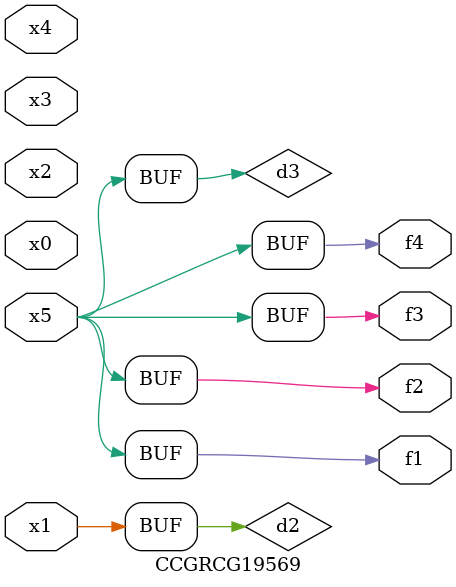
<source format=v>
module CCGRCG19569(
	input x0, x1, x2, x3, x4, x5,
	output f1, f2, f3, f4
);

	wire d1, d2, d3;

	not (d1, x5);
	or (d2, x1);
	xnor (d3, d1);
	assign f1 = d3;
	assign f2 = d3;
	assign f3 = d3;
	assign f4 = d3;
endmodule

</source>
